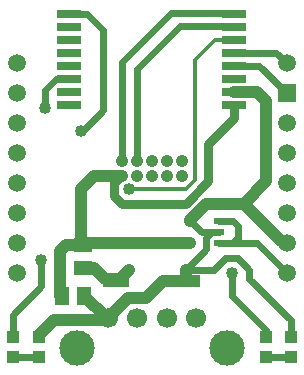
<source format=gbr>
G04 DipTrace 3.2.0.1*
G04 Top.gbr*
%MOMM*%
G04 #@! TF.FileFunction,Copper,L1,Top*
G04 #@! TF.Part,Single*
G04 #@! TA.AperFunction,Conductor*
%ADD13C,0.6*%
%ADD14C,1.0*%
%ADD15C,0.8*%
%ADD16C,0.33*%
%ADD19R,1.3X1.5*%
%ADD20R,1.0X1.1*%
G04 #@! TA.AperFunction,ComponentPad*
%ADD21C,1.5*%
%ADD22R,1.5X1.5*%
%ADD23R,1.5X1.3*%
%ADD24R,2.286X1.0*%
G04 #@! TA.AperFunction,ComponentPad*
%ADD27C,1.05*%
%ADD28C,1.7*%
%ADD29C,3.0*%
%ADD30R,2.0X0.7*%
%ADD31R,0.85X0.56*%
G04 #@! TA.AperFunction,ViaPad*
%ADD32C,1.016*%
%FSLAX35Y35*%
G04*
G71*
G90*
G75*
G01*
G04 Top*
%LPD*%
X2968293Y3585593D2*
D13*
X3178173D1*
X3412867Y3350900D1*
X2015867Y2652407D2*
D14*
X1777793D1*
X1666680Y2541293D1*
Y2064613D1*
X1682553D1*
X2015867Y2652407D2*
D15*
X1952400Y2588940D1*
Y2477800D1*
X2015893Y2414307D1*
X2555587D1*
X2746067Y2604787D1*
Y2922253D1*
X2968293Y3144480D1*
Y3255593D1*
X2596307Y2081207D2*
D14*
X1714540D1*
X1697947Y2064613D1*
X1682553D1*
X1666680Y2446053D2*
Y2541293D1*
X1507947Y1636513D2*
X1492073D1*
Y2017473D1*
X1539213Y2064613D1*
X1682553D1*
X2555587Y1858740D2*
X2552400Y1763500D1*
X2569867D1*
X2555587D2*
X2365107D1*
X2222247Y1620640D1*
X2069473D1*
X1894867Y1446033D1*
X1317467Y1287300D2*
Y1303173D1*
X1444453Y1430160D1*
X1878993D1*
X1894867Y1446033D1*
X2841307Y2176207D2*
D13*
X2691307D1*
X2596307Y2271207D1*
D14*
Y2280420D1*
X2730193Y2414307D1*
X3047660D1*
X3365127Y2096840D1*
X3396927D1*
X3412867Y2080900D1*
X2841307Y2176207D2*
D13*
X2777813D1*
X2730193Y2128587D1*
Y2033347D1*
X2555587Y1858740D1*
X2793687D1*
X2888927Y1953980D1*
X3000040D1*
X3095280Y1858740D1*
Y1779373D1*
X3444493Y1430160D1*
Y1287300D1*
X1894867Y1446033D2*
D14*
X1888427D1*
X1697947Y1636513D1*
X3047660Y2414307D2*
X3238140Y2604787D1*
Y3287340D1*
X3159887Y3365593D1*
X2968293D1*
X3238140Y2255627D2*
D13*
X3412867Y2080900D1*
X2968293Y3695593D2*
X3322173D1*
X3412867Y3604900D1*
X2142867Y2779407D2*
Y3557173D1*
X2507967Y3922273D1*
X2961613D1*
X2968293Y3915593D1*
X2015867Y2779407D2*
Y3620653D1*
X2428600Y4033387D1*
X2960500D1*
X2968293Y4025593D1*
X1969867Y1763500D2*
D14*
X1984147D1*
X2079387Y1858740D1*
Y2541293D2*
D16*
X2555587D1*
X2634953Y2620660D1*
Y3636553D1*
X2803993Y3805593D1*
X2968293D1*
X1682553Y1874613D2*
D14*
X1777793D1*
X1873033Y1779373D1*
X1969867D1*
Y1763500D1*
X2841307Y2271207D2*
D13*
X2952660D1*
X3000040Y2223827D1*
Y2128587D1*
X2952420Y2080967D1*
X2841547D1*
X2841307Y2081207D1*
X3158560D1*
X3412867Y1826900D1*
X1095240Y1287300D2*
Y1477780D1*
X1333340Y1715880D1*
Y1938107D1*
X1568293Y3475593D2*
X1458100D1*
X1365087Y3382580D1*
Y3223847D1*
X3238140Y1287300D2*
Y1350793D1*
X2952420Y1636513D1*
Y1826993D1*
X1568293Y4025593D2*
X1722093D1*
X1857160Y3890527D1*
Y3207973D1*
X1682553Y3033367D1*
X1666680D1*
X1095240Y1117300D2*
X1317467D1*
X3238140D2*
X3444493D1*
D32*
X2079387Y1858740D3*
X1666680Y2446053D3*
X2079387Y2541293D3*
X1333340Y1938107D3*
X2555587Y1858740D3*
X1365087Y3223847D3*
X2952420Y1826993D3*
X1666680Y3033367D3*
D19*
X1507947Y1636513D3*
X1697947D3*
D20*
X1095240Y1117300D3*
Y1287300D3*
X3238140Y1117300D3*
Y1287300D3*
D21*
X3412867Y3604900D3*
D22*
Y3350900D3*
D21*
Y3096900D3*
Y2842900D3*
Y2588900D3*
Y2334900D3*
Y2080900D3*
Y1826900D3*
X1126867D3*
Y2080900D3*
Y2334900D3*
Y2588900D3*
Y2842900D3*
Y3096900D3*
Y3350900D3*
Y3604900D3*
D20*
X1317467Y1287300D3*
Y1117300D3*
X3444493Y1287300D3*
Y1117300D3*
D23*
X1682553Y1874613D3*
Y2064613D3*
D24*
X1969867Y1763500D3*
X2569867D3*
D27*
X2269867Y2652407D3*
X2396867D3*
X2523867D3*
X2142867D3*
X2015867D3*
X2269867Y2779407D3*
X2396867D3*
X2523867D3*
X2142867D3*
X2015867D3*
D28*
X1894867Y1446034D3*
X2144867D3*
X2394867D3*
X2644867D3*
D29*
X1634867Y1192034D3*
X2904867D3*
D30*
X2968293Y3255593D3*
Y3365593D3*
Y3475593D3*
Y3585593D3*
Y3695593D3*
Y3805593D3*
Y3915593D3*
Y4025593D3*
X1568293Y3255593D3*
Y3365593D3*
Y3475593D3*
Y3585593D3*
Y3695593D3*
Y3805593D3*
Y3915593D3*
Y4025593D3*
D31*
X2841307Y2176207D3*
Y2271207D3*
Y2081207D3*
X2596307Y2271207D3*
Y2081207D3*
M02*

</source>
